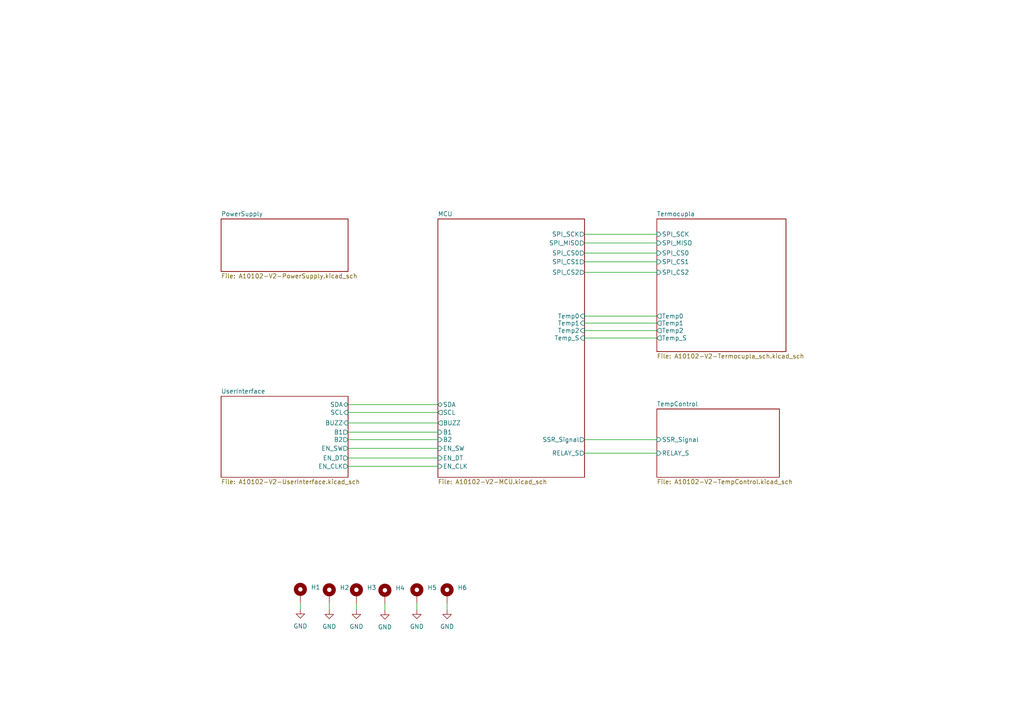
<source format=kicad_sch>
(kicad_sch (version 20230121) (generator eeschema)
  (paper "A4")
  (lib_symbols
    (symbol "Mechanical:MountingHole_Pad" (pin_numbers hide) (pin_names (offset 1.016) hide)
      (property "Reference" "H" (at 0 6.35 0))
      (property "Value" "MountingHole_Pad" (at 0 4.445 0))
      (symbol "MountingHole_Pad_0_1"
        (circle (center 0 1.27) (radius 1.27) (stroke (width 1.27)))
      )
      (symbol "MountingHole_Pad_1_1"
        (pin input line (at 0 -2.54 90) (length 2.54) (name "1") (number "1"))
      )
    )
    (symbol "power:GND" (power) (pin_names (offset 0))
      (property "Value" "GND" (at 0 -3.81 0))
      (symbol "GND_0_1"
        (polyline (pts (xy 0 0) (xy 0 -1.27) (xy 1.27 -1.27) (xy 0 -2.54) (xy -1.27 -1.27) (xy 0 -1.27)))
      )
      (symbol "GND_1_1"
        (pin power_in line (at 0 0 270) (length 0) hide (name "GND") (number "1"))
      )
    )
  )
  (wire (pts (xy 169.545 127.508) (xy 190.5 127.508)))
  (wire (pts (xy 111.633 175.006) (xy 111.633 177.038)))
  (wire (pts (xy 169.545 131.445) (xy 190.5 131.445)))
  (wire (pts (xy 169.545 95.885) (xy 190.5 95.885)))
  (wire (pts (xy 100.965 119.634) (xy 127 119.634)))
  (wire (pts (xy 169.545 70.485) (xy 190.5 70.485)))
  (wire (pts (xy 100.965 125.349) (xy 127 125.349)))
  (wire (pts (xy 103.378 174.879) (xy 103.378 176.911)))
  (wire (pts (xy 169.545 78.994) (xy 190.5 78.994)))
  (wire (pts (xy 169.545 75.946) (xy 190.5 75.946)))
  (wire (pts (xy 95.504 174.879) (xy 95.504 176.911)))
  (wire (pts (xy 100.965 130.048) (xy 127 130.048)))
  (wire (pts (xy 169.545 98.044) (xy 190.5 98.044)))
  (wire (pts (xy 169.545 93.726) (xy 190.5 93.726)))
  (wire (pts (xy 120.904 174.879) (xy 120.904 176.911)))
  (wire (pts (xy 100.965 127.508) (xy 127 127.508)))
  (wire (pts (xy 100.965 132.842) (xy 127 132.842)))
  (wire (pts (xy 169.545 91.694) (xy 190.5 91.694)))
  (wire (pts (xy 169.545 67.945) (xy 190.5 67.945)))
  (wire (pts (xy 169.545 73.406) (xy 190.5 73.406)))
  (wire (pts (xy 129.667 174.879) (xy 129.667 176.911)))
  (wire (pts (xy 100.965 117.348) (xy 127 117.348)))
  (wire (pts (xy 87.122 174.752) (xy 87.122 176.784)))
  (wire (pts (xy 100.965 135.255) (xy 127 135.255)))
  (wire (pts (xy 100.965 122.682) (xy 127 122.682)))
  (symbol (lib_id "power:GND") (at 87.122 176.784 0) (unit 1)
    (property "Reference" "#PWR067" (effects hide))
    (property "Value" "GND" (at 87.122 181.61 0))
  )
  (symbol (lib_id "power:GND") (at 95.504 176.911 0) (unit 1)
    (property "Reference" "#PWR068" (effects hide))
    (property "Value" "GND" (at 95.504 181.737 0))
  )
  (symbol (lib_id "power:GND") (at 111.633 177.038 0) (unit 1)
    (property "Reference" "#PWR070" (effects hide))
    (property "Value" "GND" (at 111.633 181.864 0))
  )
  (symbol (lib_id "Mechanical:MountingHole_Pad") (at 95.504 172.339 0) (unit 1)
    (property "Reference" "H2" (at 98.552 170.434 0) (effects (justify left)))
    (property "Value" "MountingHole_Pad" (effects hide))
    (property "Footprint" "MountingHole:MountingHole_3.2mm_M3_ISO7380_Pad" (effects hide))
  )
  (symbol (lib_id "Mechanical:MountingHole_Pad") (at 87.122 172.212 0) (unit 1)
    (property "Reference" "H1" (at 90.17 170.307 0) (effects (justify left)))
    (property "Value" "MountingHole_Pad" (effects hide))
    (property "Footprint" "MountingHole:MountingHole_3.2mm_M3_ISO7380_Pad" (effects hide))
  )
  (symbol (lib_id "Mechanical:MountingHole_Pad") (at 111.633 172.466 0) (unit 1)
    (property "Reference" "H4" (at 114.681 170.561 0) (effects (justify left)))
    (property "Value" "MountingHole_Pad" (effects hide))
    (property "Footprint" "MountingHole:MountingHole_3.2mm_M3_ISO7380_Pad" (effects hide))
  )
  (symbol (lib_id "power:GND") (at 120.904 176.911 0) (unit 1)
    (property "Reference" "#PWR071" (effects hide))
    (property "Value" "GND" (at 120.904 181.737 0))
  )
  (symbol (lib_id "Mechanical:MountingHole_Pad") (at 120.904 172.339 0) (unit 1)
    (property "Reference" "H5" (at 123.952 170.434 0) (effects (justify left)))
    (property "Value" "MountingHole_Pad" (effects hide))
    (property "Footprint" "MountingHole:MountingHole_3.2mm_M3_ISO7380_Pad" (effects hide))
  )
  (symbol (lib_id "power:GND") (at 103.378 176.911 0) (unit 1)
    (property "Reference" "#PWR069" (effects hide))
    (property "Value" "GND" (at 103.378 181.737 0))
  )
  (symbol (lib_id "Mechanical:MountingHole_Pad") (at 129.667 172.339 0) (unit 1)
    (property "Reference" "H6" (at 132.715 170.434 0) (effects (justify left)))
    (property "Value" "MountingHole_Pad" (effects hide))
    (property "Footprint" "MountingHole:MountingHole_3.2mm_M3_ISO7380_Pad" (effects hide))
  )
  (symbol (lib_id "Mechanical:MountingHole_Pad") (at 103.378 172.339 0) (unit 1)
    (property "Reference" "H3" (at 106.426 170.434 0) (effects (justify left)))
    (property "Value" "MountingHole_Pad" (effects hide))
    (property "Footprint" "MountingHole:MountingHole_3.2mm_M3_ISO7380_Pad" (effects hide))
  )
  (symbol (lib_id "power:GND") (at 129.667 176.911 0) (unit 1)
    (property "Reference" "#PWR072" (effects hide))
    (property "Value" "GND" (at 129.667 181.737 0))
  )
  (sheet (at 64.135 114.935) (size 36.83 23.495) (stroke (width 0.1524))
    (property "Sheetname" "UserInterface" (at 64.135 114.2234 0) (effects (justify left bottom)))
    (property "Sheetfile" "A10102-V2-UserInterface.kicad_sch" (at 64.135 139.0146 0) (effects (justify left top)))
    (pin "SDA" bidirectional (at 100.965 117.348 0))
    (pin "B1" output (at 100.965 125.349 0))
    (pin "B2" output (at 100.965 127.508 0))
    (pin "BUZZ" input (at 100.965 122.682 0))
    (pin "SCL" input (at 100.965 119.634 0))
    (pin "EN_SW" output (at 100.965 130.048 0))
    (pin "EN_DT" output (at 100.965 132.842 0))
    (pin "EN_CLK" output (at 100.965 135.255 0))
  )
  (sheet (at 127 63.5) (size 42.545 74.93) (stroke (width 0.1524))
    (property "Sheetname" "MCU" (at 127 62.7884 0) (effects (justify left bottom)))
    (property "Sheetfile" "A10102-V2-MCU.kicad_sch" (at 127 139.0146 0) (effects (justify left top)))
    (pin "EN_SW" input (at 127 130.048 180))
    (pin "BUZZ" output (at 127 122.682 180))
    (pin "B1" input (at 127 125.349 180))
    (pin "EN_CLK" input (at 127 135.255 180))
    (pin "SSR_Signal" output (at 169.545 127.508 0))
    (pin "EN_DT" input (at 127 132.842 180))
    (pin "SPI_CS1" output (at 169.545 75.946 0))
    (pin "SPI_SCK" output (at 169.545 67.945 0))
    (pin "SPI_CS2" output (at 169.545 78.994 0))
    (pin "SPI_MISO" output (at 169.545 70.485 0))
    (pin "Temp0" input (at 169.545 91.694 0))
    (pin "SCL" output (at 127 119.634 180))
    (pin "SDA" bidirectional (at 127 117.348 180))
    (pin "SPI_CS0" output (at 169.545 73.406 0))
    (pin "B2" input (at 127 127.508 180))
    (pin "RELAY_S" output (at 169.545 131.445 0))
    (pin "Temp_S" input (at 169.545 98.044 0))
    (pin "Temp1" input (at 169.545 93.726 0))
    (pin "Temp2" input (at 169.545 95.885 0))
  )
  (sheet (at 190.5 118.618) (size 35.56 19.812) (stroke (width 0.1524))
    (property "Sheetname" "TempControl" (at 190.5 117.9064 0) (effects (justify left bottom)))
    (property "Sheetfile" "A10102-V2-TempControl.kicad_sch" (at 190.5 139.0146 0) (effects (justify left top)))
    (pin "SSR_Signal" input (at 190.5 127.508 180))
    (pin "RELAY_S" input (at 190.5 131.445 180))
  )
  (sheet (at 190.5 63.5) (size 37.465 38.481) (stroke (width 0.1524))
    (property "Sheetname" "Termocupla" (at 190.5 62.7884 0) (effects (justify left bottom)))
    (property "Sheetfile" "A10102-V2-Termocupla_sch.kicad_sch" (at 190.5 102.5656 0) (effects (justify left top)))
    (pin "Temp2" output (at 190.5 95.885 180))
    (pin "Temp1" output (at 190.5 93.726 180))
    (pin "Temp0" output (at 190.5 91.694 180))
    (pin "SPI_MISO" input (at 190.5 70.485 180))
    (pin "SPI_CS0" input (at 190.5 73.406 180))
    (pin "SPI_SCK" input (at 190.5 67.945 180))
    (pin "Temp_S" output (at 190.5 98.044 180))
    (pin "SPI_CS1" input (at 190.5 75.946 180))
    (pin "SPI_CS2" input (at 190.5 78.994 180))
  )
  (sheet (at 64.135 63.5) (size 36.83 15.24) (stroke (width 0.1524))
    (property "Sheetname" "PowerSupply" (at 64.135 62.7884 0) (effects (justify left bottom)))
    (property "Sheetfile" "A10102-V2-PowerSupply.kicad_sch" (at 64.135 79.3246 0) (effects (justify left top)))
  )
)
</source>
